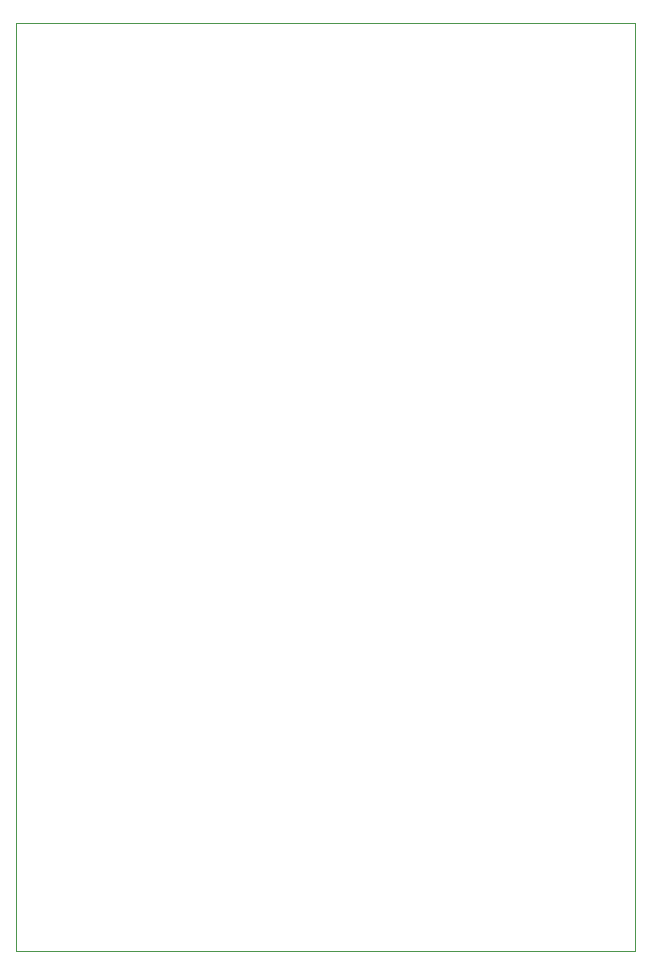
<source format=gbr>
%TF.GenerationSoftware,KiCad,Pcbnew,9.0.0*%
%TF.CreationDate,2025-04-07T20:23:24+05:30*%
%TF.ProjectId,arduino nano clone,61726475-696e-46f2-906e-616e6f20636c,rev?*%
%TF.SameCoordinates,Original*%
%TF.FileFunction,Profile,NP*%
%FSLAX46Y46*%
G04 Gerber Fmt 4.6, Leading zero omitted, Abs format (unit mm)*
G04 Created by KiCad (PCBNEW 9.0.0) date 2025-04-07 20:23:24*
%MOMM*%
%LPD*%
G01*
G04 APERTURE LIST*
%TA.AperFunction,Profile*%
%ADD10C,0.050000*%
%TD*%
G04 APERTURE END LIST*
D10*
X127484760Y-55920000D02*
X179924760Y-55920000D01*
X179924760Y-134540000D01*
X127484760Y-134540000D01*
X127484760Y-55920000D01*
M02*

</source>
